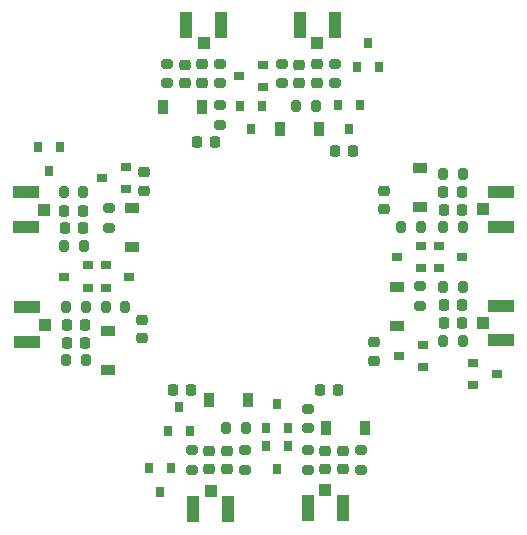
<source format=gtp>
%TF.GenerationSoftware,KiCad,Pcbnew,6.0.6-3a73a75311~116~ubuntu20.04.1*%
%TF.CreationDate,2022-09-22T10:25:09+01:00*%
%TF.ProjectId,UFOPulse,55464f50-756c-4736-952e-6b696361645f,rev?*%
%TF.SameCoordinates,Original*%
%TF.FileFunction,Paste,Top*%
%TF.FilePolarity,Positive*%
%FSLAX46Y46*%
G04 Gerber Fmt 4.6, Leading zero omitted, Abs format (unit mm)*
G04 Created by KiCad (PCBNEW 6.0.6-3a73a75311~116~ubuntu20.04.1) date 2022-09-22 10:25:09*
%MOMM*%
%LPD*%
G01*
G04 APERTURE LIST*
G04 Aperture macros list*
%AMRoundRect*
0 Rectangle with rounded corners*
0 $1 Rounding radius*
0 $2 $3 $4 $5 $6 $7 $8 $9 X,Y pos of 4 corners*
0 Add a 4 corners polygon primitive as box body*
4,1,4,$2,$3,$4,$5,$6,$7,$8,$9,$2,$3,0*
0 Add four circle primitives for the rounded corners*
1,1,$1+$1,$2,$3*
1,1,$1+$1,$4,$5*
1,1,$1+$1,$6,$7*
1,1,$1+$1,$8,$9*
0 Add four rect primitives between the rounded corners*
20,1,$1+$1,$2,$3,$4,$5,0*
20,1,$1+$1,$4,$5,$6,$7,0*
20,1,$1+$1,$6,$7,$8,$9,0*
20,1,$1+$1,$8,$9,$2,$3,0*%
G04 Aperture macros list end*
%ADD10RoundRect,0.225000X0.225000X0.250000X-0.225000X0.250000X-0.225000X-0.250000X0.225000X-0.250000X0*%
%ADD11RoundRect,0.225000X-0.250000X0.225000X-0.250000X-0.225000X0.250000X-0.225000X0.250000X0.225000X0*%
%ADD12RoundRect,0.225000X0.250000X-0.225000X0.250000X0.225000X-0.250000X0.225000X-0.250000X-0.225000X0*%
%ADD13RoundRect,0.225000X-0.225000X-0.250000X0.225000X-0.250000X0.225000X0.250000X-0.225000X0.250000X0*%
%ADD14R,0.900000X1.200000*%
%ADD15R,1.200000X0.900000*%
%ADD16R,1.000000X1.050000*%
%ADD17R,1.050000X2.200000*%
%ADD18R,1.050000X1.000000*%
%ADD19R,2.200000X1.050000*%
%ADD20RoundRect,0.218750X-0.256250X0.218750X-0.256250X-0.218750X0.256250X-0.218750X0.256250X0.218750X0*%
%ADD21RoundRect,0.218750X0.218750X0.256250X-0.218750X0.256250X-0.218750X-0.256250X0.218750X-0.256250X0*%
%ADD22RoundRect,0.218750X0.256250X-0.218750X0.256250X0.218750X-0.256250X0.218750X-0.256250X-0.218750X0*%
%ADD23RoundRect,0.218750X-0.218750X-0.256250X0.218750X-0.256250X0.218750X0.256250X-0.218750X0.256250X0*%
%ADD24R,0.800000X0.900000*%
%ADD25R,0.900000X0.800000*%
%ADD26RoundRect,0.200000X-0.275000X0.200000X-0.275000X-0.200000X0.275000X-0.200000X0.275000X0.200000X0*%
%ADD27RoundRect,0.200000X0.200000X0.275000X-0.200000X0.275000X-0.200000X-0.275000X0.200000X-0.275000X0*%
%ADD28RoundRect,0.200000X0.275000X-0.200000X0.275000X0.200000X-0.275000X0.200000X-0.275000X-0.200000X0*%
%ADD29RoundRect,0.200000X-0.200000X-0.275000X0.200000X-0.275000X0.200000X0.275000X-0.200000X0.275000X0*%
G04 APERTURE END LIST*
D10*
%TO.C,C3*%
X136375000Y-94600000D03*
X134825000Y-94600000D03*
%TD*%
D11*
%TO.C,C4*%
X133800000Y-88025000D03*
X133800000Y-89575000D03*
%TD*%
D12*
%TO.C,C5*%
X150700000Y-100250000D03*
X150700000Y-98700000D03*
%TD*%
D10*
%TO.C,C6*%
X157250000Y-98800000D03*
X155700000Y-98800000D03*
%TD*%
D13*
%TO.C,C7*%
X145225000Y-115600000D03*
X146775000Y-115600000D03*
%TD*%
D10*
%TO.C,C9*%
X134360000Y-115570000D03*
X132810000Y-115570000D03*
%TD*%
D12*
%TO.C,C10*%
X137400000Y-122300000D03*
X137400000Y-120750000D03*
%TD*%
D11*
%TO.C,C11*%
X130370000Y-97155000D03*
X130370000Y-98705000D03*
%TD*%
D13*
%TO.C,C12*%
X123625000Y-101900000D03*
X125175000Y-101900000D03*
%TD*%
D11*
%TO.C,C14*%
X143500000Y-88025000D03*
X143500000Y-89575000D03*
%TD*%
D12*
%TO.C,C15*%
X149820000Y-113100000D03*
X149820000Y-111550000D03*
%TD*%
D10*
%TO.C,C16*%
X157275000Y-108400000D03*
X155725000Y-108400000D03*
%TD*%
D14*
%TO.C,D3*%
X131950000Y-91600000D03*
X135250000Y-91600000D03*
%TD*%
D15*
%TO.C,D5*%
X153700000Y-96750000D03*
X153700000Y-100050000D03*
%TD*%
D14*
%TO.C,D7*%
X149050000Y-118800000D03*
X145750000Y-118800000D03*
%TD*%
%TO.C,D9*%
X139120000Y-116390000D03*
X135820000Y-116390000D03*
%TD*%
D15*
%TO.C,D11*%
X129310000Y-103450000D03*
X129310000Y-100150000D03*
%TD*%
D14*
%TO.C,D13*%
X141890000Y-93440000D03*
X145190000Y-93440000D03*
%TD*%
D15*
%TO.C,D15*%
X151760000Y-106850000D03*
X151760000Y-110150000D03*
%TD*%
D16*
%TO.C,J2*%
X135400000Y-86219999D03*
D17*
X136875000Y-84694999D03*
X133925000Y-84694999D03*
%TD*%
D18*
%TO.C,J3*%
X159070000Y-100290000D03*
D19*
X160595000Y-101765000D03*
X160595000Y-98815000D03*
%TD*%
D16*
%TO.C,J4*%
X145700000Y-124050000D03*
D17*
X144225000Y-125575000D03*
X147175000Y-125575000D03*
%TD*%
D16*
%TO.C,J5*%
X136000000Y-124150000D03*
D17*
X134525000Y-125675000D03*
X137475000Y-125675000D03*
%TD*%
D18*
%TO.C,J6*%
X121850000Y-100300000D03*
D19*
X120325000Y-98825000D03*
X120325000Y-101775000D03*
%TD*%
D16*
%TO.C,J7*%
X145010001Y-86230000D03*
D17*
X143535001Y-84705000D03*
X146485001Y-84705000D03*
%TD*%
D18*
%TO.C,J8*%
X159050000Y-109900000D03*
D19*
X160575000Y-108425000D03*
X160575000Y-111375000D03*
%TD*%
D20*
%TO.C,L2*%
X135299999Y-88012500D03*
X135299999Y-89587500D03*
%TD*%
D21*
%TO.C,L3*%
X157287500Y-100300000D03*
X155712500Y-100300000D03*
%TD*%
D22*
%TO.C,L4*%
X145700000Y-122287500D03*
X145700000Y-120712500D03*
%TD*%
%TO.C,L5*%
X135900000Y-122299998D03*
X135900000Y-120724998D03*
%TD*%
D23*
%TO.C,L6*%
X123612500Y-100400000D03*
X125187500Y-100400000D03*
%TD*%
D20*
%TO.C,L7*%
X145000000Y-88012500D03*
X145000000Y-89587500D03*
%TD*%
D24*
%TO.C,Q3*%
X140350000Y-91500000D03*
X138450000Y-91500000D03*
X139400000Y-93500000D03*
%TD*%
D25*
%TO.C,Q4*%
X140400000Y-89950000D03*
X140400000Y-88050000D03*
X138400000Y-89000000D03*
%TD*%
%TO.C,Q5*%
X153800000Y-105290000D03*
X153800000Y-103390000D03*
X151800000Y-104340000D03*
%TD*%
%TO.C,Q6*%
X155300000Y-103390000D03*
X155300000Y-105290000D03*
X157300000Y-104340000D03*
%TD*%
D24*
%TO.C,Q7*%
X140650000Y-118799999D03*
X142550000Y-118799999D03*
X141600000Y-116799999D03*
%TD*%
%TO.C,Q8*%
X142550000Y-120300000D03*
X140650000Y-120300000D03*
X141600000Y-122300000D03*
%TD*%
%TO.C,Q9*%
X132370000Y-119060000D03*
X134270000Y-119060000D03*
X133320000Y-117060000D03*
%TD*%
%TO.C,Q10*%
X132640000Y-122180000D03*
X130740000Y-122180000D03*
X131690000Y-124180000D03*
%TD*%
D25*
%TO.C,Q11*%
X128790000Y-98570000D03*
X128790000Y-96670000D03*
X126790000Y-97620000D03*
%TD*%
D24*
%TO.C,Q12*%
X123250000Y-95040000D03*
X121350000Y-95040000D03*
X122300000Y-97040000D03*
%TD*%
%TO.C,Q13*%
X148670000Y-91480000D03*
X146770000Y-91480000D03*
X147720000Y-93480000D03*
%TD*%
%TO.C,Q14*%
X148390000Y-88210000D03*
X150290000Y-88210000D03*
X149340000Y-86210000D03*
%TD*%
D25*
%TO.C,Q15*%
X153960000Y-113650000D03*
X153960000Y-111750000D03*
X151960000Y-112700000D03*
%TD*%
%TO.C,Q16*%
X158210000Y-113280000D03*
X158210000Y-115180000D03*
X160210000Y-114230000D03*
%TD*%
D26*
%TO.C,R4*%
X132300000Y-87975000D03*
X132300000Y-89625000D03*
%TD*%
%TO.C,R5*%
X136800000Y-91475000D03*
X136800000Y-93125000D03*
%TD*%
%TO.C,R6*%
X136800001Y-87975000D03*
X136800001Y-89625000D03*
%TD*%
D27*
%TO.C,R7*%
X157325000Y-97300000D03*
X155675000Y-97300000D03*
%TD*%
%TO.C,R8*%
X153800000Y-101800000D03*
X152150000Y-101800000D03*
%TD*%
%TO.C,R9*%
X157350000Y-101800000D03*
X155700000Y-101800000D03*
%TD*%
D28*
%TO.C,R10*%
X148700001Y-122325000D03*
X148700001Y-120675000D03*
%TD*%
%TO.C,R11*%
X144200000Y-118825000D03*
X144200000Y-117175000D03*
%TD*%
%TO.C,R12*%
X144200000Y-122325000D03*
X144200000Y-120675000D03*
%TD*%
%TO.C,R13*%
X138900000Y-122325000D03*
X138900000Y-120675000D03*
%TD*%
D29*
%TO.C,R14*%
X137315000Y-118820000D03*
X138965000Y-118820000D03*
%TD*%
%TO.C,R16*%
X123600000Y-103400000D03*
X125250000Y-103400000D03*
%TD*%
D26*
%TO.C,R17*%
X127370000Y-100200000D03*
X127370000Y-101850000D03*
%TD*%
D29*
%TO.C,R18*%
X123550000Y-98800000D03*
X125200000Y-98800000D03*
%TD*%
D26*
%TO.C,R19*%
X142000000Y-87975000D03*
X142000000Y-89625000D03*
%TD*%
D27*
%TO.C,R20*%
X144875000Y-91500000D03*
X143225000Y-91500000D03*
%TD*%
D26*
%TO.C,R21*%
X146500000Y-87975000D03*
X146500000Y-89625000D03*
%TD*%
D27*
%TO.C,R22*%
X157325000Y-106900000D03*
X155675000Y-106900000D03*
%TD*%
D28*
%TO.C,R23*%
X153700000Y-108440000D03*
X153700000Y-106790000D03*
%TD*%
D27*
%TO.C,R24*%
X157325000Y-111400000D03*
X155675000Y-111400000D03*
%TD*%
D29*
%TO.C,R3*%
X123778388Y-108574160D03*
X125428388Y-108574160D03*
%TD*%
D25*
%TO.C,Q1*%
X127103388Y-105024159D03*
X127103388Y-106924159D03*
X129103388Y-105974159D03*
%TD*%
D23*
%TO.C,L1*%
X123815888Y-110074160D03*
X125390888Y-110074160D03*
%TD*%
D13*
%TO.C,C2*%
X123803387Y-111574159D03*
X125353387Y-111574159D03*
%TD*%
D18*
%TO.C,J1*%
X121965520Y-110065454D03*
D19*
X120440520Y-111540454D03*
X120440520Y-108590454D03*
%TD*%
D15*
%TO.C,D1*%
X127300000Y-113850000D03*
X127300000Y-110550000D03*
%TD*%
D11*
%TO.C,C1*%
X130200000Y-109650000D03*
X130200000Y-111200000D03*
%TD*%
D25*
%TO.C,Q2*%
X125603388Y-106924159D03*
X125603388Y-105024159D03*
X123603388Y-105974159D03*
%TD*%
D29*
%TO.C,R1*%
X123753387Y-113074159D03*
X125403387Y-113074159D03*
%TD*%
D10*
%TO.C,C13*%
X148040000Y-95380000D03*
X146490000Y-95380000D03*
%TD*%
D29*
%TO.C,R2*%
X127103388Y-108574160D03*
X128753388Y-108574160D03*
%TD*%
D28*
%TO.C,R15*%
X134400000Y-122350000D03*
X134400000Y-120700000D03*
%TD*%
D12*
%TO.C,C8*%
X147199999Y-122275000D03*
X147199999Y-120725000D03*
%TD*%
D21*
%TO.C,L8*%
X157287501Y-109900000D03*
X155712501Y-109900000D03*
%TD*%
M02*

</source>
